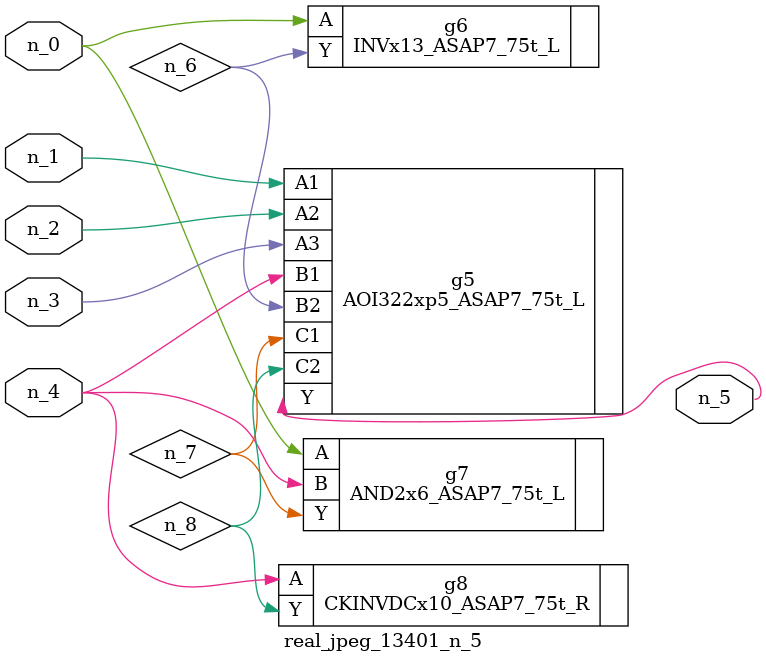
<source format=v>
module real_jpeg_13401_n_5 (n_4, n_0, n_1, n_2, n_3, n_5);

input n_4;
input n_0;
input n_1;
input n_2;
input n_3;

output n_5;

wire n_8;
wire n_6;
wire n_7;

INVx13_ASAP7_75t_L g6 ( 
.A(n_0),
.Y(n_6)
);

AND2x6_ASAP7_75t_L g7 ( 
.A(n_0),
.B(n_4),
.Y(n_7)
);

AOI322xp5_ASAP7_75t_L g5 ( 
.A1(n_1),
.A2(n_2),
.A3(n_3),
.B1(n_4),
.B2(n_6),
.C1(n_7),
.C2(n_8),
.Y(n_5)
);

CKINVDCx10_ASAP7_75t_R g8 ( 
.A(n_4),
.Y(n_8)
);


endmodule
</source>
